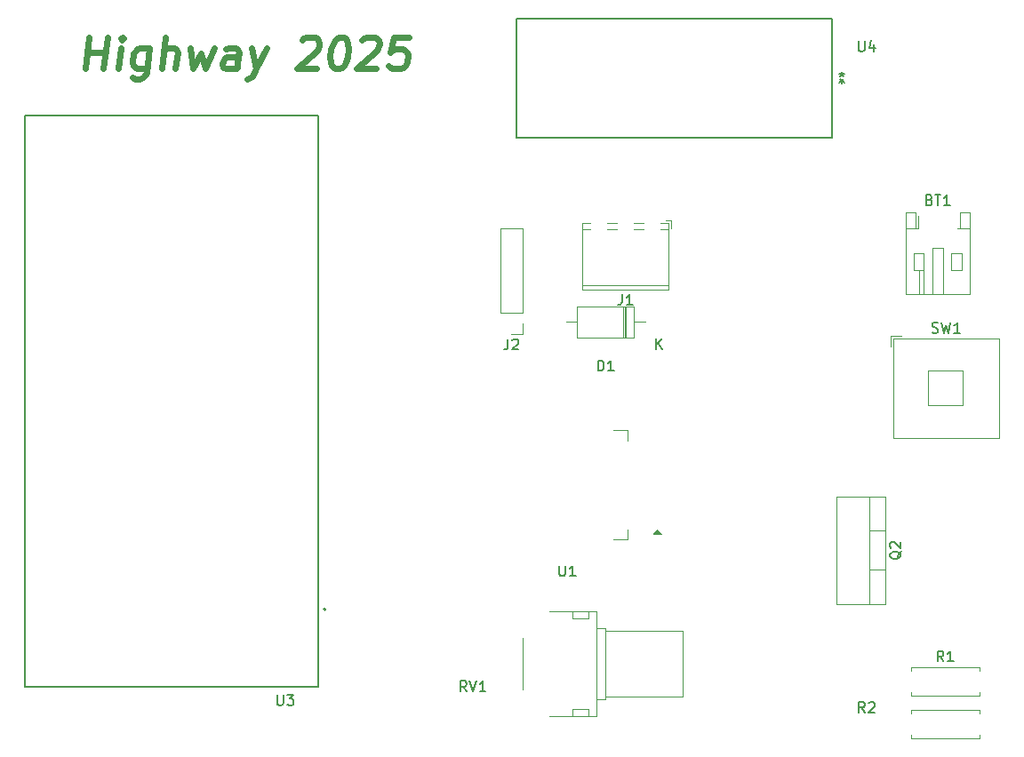
<source format=gbr>
%TF.GenerationSoftware,KiCad,Pcbnew,8.0.7*%
%TF.CreationDate,2025-06-16T00:37:15-04:00*%
%TF.ProjectId,controller,636f6e74-726f-46c6-9c65-722e6b696361,rev?*%
%TF.SameCoordinates,Original*%
%TF.FileFunction,Legend,Top*%
%TF.FilePolarity,Positive*%
%FSLAX46Y46*%
G04 Gerber Fmt 4.6, Leading zero omitted, Abs format (unit mm)*
G04 Created by KiCad (PCBNEW 8.0.7) date 2025-06-16 00:37:15*
%MOMM*%
%LPD*%
G01*
G04 APERTURE LIST*
%ADD10C,0.600000*%
%ADD11C,0.150000*%
%ADD12C,0.120000*%
%ADD13C,0.127000*%
%ADD14C,0.200000*%
%ADD15C,0.152400*%
G04 APERTURE END LIST*
D10*
X95591164Y-54101657D02*
X95966164Y-51101657D01*
X95787593Y-52530228D02*
X97501878Y-52530228D01*
X97305450Y-54101657D02*
X97680450Y-51101657D01*
X98734021Y-54101657D02*
X98984021Y-52101657D01*
X99109021Y-51101657D02*
X98948307Y-51244514D01*
X98948307Y-51244514D02*
X99073307Y-51387371D01*
X99073307Y-51387371D02*
X99234021Y-51244514D01*
X99234021Y-51244514D02*
X99109021Y-51101657D01*
X99109021Y-51101657D02*
X99073307Y-51387371D01*
X101698306Y-52101657D02*
X101394735Y-54530228D01*
X101394735Y-54530228D02*
X101216164Y-54815942D01*
X101216164Y-54815942D02*
X101055449Y-54958800D01*
X101055449Y-54958800D02*
X100751878Y-55101657D01*
X100751878Y-55101657D02*
X100323306Y-55101657D01*
X100323306Y-55101657D02*
X100055449Y-54958800D01*
X101466164Y-53958800D02*
X101162592Y-54101657D01*
X101162592Y-54101657D02*
X100591164Y-54101657D01*
X100591164Y-54101657D02*
X100323306Y-53958800D01*
X100323306Y-53958800D02*
X100198306Y-53815942D01*
X100198306Y-53815942D02*
X100091164Y-53530228D01*
X100091164Y-53530228D02*
X100198306Y-52673085D01*
X100198306Y-52673085D02*
X100376878Y-52387371D01*
X100376878Y-52387371D02*
X100537592Y-52244514D01*
X100537592Y-52244514D02*
X100841164Y-52101657D01*
X100841164Y-52101657D02*
X101412592Y-52101657D01*
X101412592Y-52101657D02*
X101680449Y-52244514D01*
X102876878Y-54101657D02*
X103251878Y-51101657D01*
X104162592Y-54101657D02*
X104359021Y-52530228D01*
X104359021Y-52530228D02*
X104251878Y-52244514D01*
X104251878Y-52244514D02*
X103984021Y-52101657D01*
X103984021Y-52101657D02*
X103555450Y-52101657D01*
X103555450Y-52101657D02*
X103251878Y-52244514D01*
X103251878Y-52244514D02*
X103091164Y-52387371D01*
X105555450Y-52101657D02*
X105876878Y-54101657D01*
X105876878Y-54101657D02*
X106626878Y-52673085D01*
X106626878Y-52673085D02*
X107019736Y-54101657D01*
X107019736Y-54101657D02*
X107841164Y-52101657D01*
X110019735Y-54101657D02*
X110216164Y-52530228D01*
X110216164Y-52530228D02*
X110109021Y-52244514D01*
X110109021Y-52244514D02*
X109841164Y-52101657D01*
X109841164Y-52101657D02*
X109269735Y-52101657D01*
X109269735Y-52101657D02*
X108966164Y-52244514D01*
X110037593Y-53958800D02*
X109734021Y-54101657D01*
X109734021Y-54101657D02*
X109019735Y-54101657D01*
X109019735Y-54101657D02*
X108751878Y-53958800D01*
X108751878Y-53958800D02*
X108644735Y-53673085D01*
X108644735Y-53673085D02*
X108680450Y-53387371D01*
X108680450Y-53387371D02*
X108859021Y-53101657D01*
X108859021Y-53101657D02*
X109162593Y-52958800D01*
X109162593Y-52958800D02*
X109876878Y-52958800D01*
X109876878Y-52958800D02*
X110180450Y-52815942D01*
X111412593Y-52101657D02*
X111876879Y-54101657D01*
X112841164Y-52101657D02*
X111876879Y-54101657D01*
X111876879Y-54101657D02*
X111501879Y-54815942D01*
X111501879Y-54815942D02*
X111341164Y-54958800D01*
X111341164Y-54958800D02*
X111037593Y-55101657D01*
X116216164Y-51387371D02*
X116376878Y-51244514D01*
X116376878Y-51244514D02*
X116680449Y-51101657D01*
X116680449Y-51101657D02*
X117394735Y-51101657D01*
X117394735Y-51101657D02*
X117662592Y-51244514D01*
X117662592Y-51244514D02*
X117787592Y-51387371D01*
X117787592Y-51387371D02*
X117894735Y-51673085D01*
X117894735Y-51673085D02*
X117859021Y-51958800D01*
X117859021Y-51958800D02*
X117662592Y-52387371D01*
X117662592Y-52387371D02*
X115734021Y-54101657D01*
X115734021Y-54101657D02*
X117591164Y-54101657D01*
X119823307Y-51101657D02*
X120109021Y-51101657D01*
X120109021Y-51101657D02*
X120376878Y-51244514D01*
X120376878Y-51244514D02*
X120501878Y-51387371D01*
X120501878Y-51387371D02*
X120609021Y-51673085D01*
X120609021Y-51673085D02*
X120680450Y-52244514D01*
X120680450Y-52244514D02*
X120591164Y-52958800D01*
X120591164Y-52958800D02*
X120376878Y-53530228D01*
X120376878Y-53530228D02*
X120198307Y-53815942D01*
X120198307Y-53815942D02*
X120037592Y-53958800D01*
X120037592Y-53958800D02*
X119734021Y-54101657D01*
X119734021Y-54101657D02*
X119448307Y-54101657D01*
X119448307Y-54101657D02*
X119180450Y-53958800D01*
X119180450Y-53958800D02*
X119055450Y-53815942D01*
X119055450Y-53815942D02*
X118948307Y-53530228D01*
X118948307Y-53530228D02*
X118876878Y-52958800D01*
X118876878Y-52958800D02*
X118966164Y-52244514D01*
X118966164Y-52244514D02*
X119180450Y-51673085D01*
X119180450Y-51673085D02*
X119359021Y-51387371D01*
X119359021Y-51387371D02*
X119519735Y-51244514D01*
X119519735Y-51244514D02*
X119823307Y-51101657D01*
X121930450Y-51387371D02*
X122091164Y-51244514D01*
X122091164Y-51244514D02*
X122394735Y-51101657D01*
X122394735Y-51101657D02*
X123109021Y-51101657D01*
X123109021Y-51101657D02*
X123376878Y-51244514D01*
X123376878Y-51244514D02*
X123501878Y-51387371D01*
X123501878Y-51387371D02*
X123609021Y-51673085D01*
X123609021Y-51673085D02*
X123573307Y-51958800D01*
X123573307Y-51958800D02*
X123376878Y-52387371D01*
X123376878Y-52387371D02*
X121448307Y-54101657D01*
X121448307Y-54101657D02*
X123305450Y-54101657D01*
X126394736Y-51101657D02*
X124966164Y-51101657D01*
X124966164Y-51101657D02*
X124644736Y-52530228D01*
X124644736Y-52530228D02*
X124805450Y-52387371D01*
X124805450Y-52387371D02*
X125109021Y-52244514D01*
X125109021Y-52244514D02*
X125823307Y-52244514D01*
X125823307Y-52244514D02*
X126091164Y-52387371D01*
X126091164Y-52387371D02*
X126216164Y-52530228D01*
X126216164Y-52530228D02*
X126323307Y-52815942D01*
X126323307Y-52815942D02*
X126234021Y-53530228D01*
X126234021Y-53530228D02*
X126055450Y-53815942D01*
X126055450Y-53815942D02*
X125894736Y-53958800D01*
X125894736Y-53958800D02*
X125591164Y-54101657D01*
X125591164Y-54101657D02*
X124876878Y-54101657D01*
X124876878Y-54101657D02*
X124609021Y-53958800D01*
X124609021Y-53958800D02*
X124484021Y-53815942D01*
D11*
X169833333Y-115454819D02*
X169500000Y-114978628D01*
X169261905Y-115454819D02*
X169261905Y-114454819D01*
X169261905Y-114454819D02*
X169642857Y-114454819D01*
X169642857Y-114454819D02*
X169738095Y-114502438D01*
X169738095Y-114502438D02*
X169785714Y-114550057D01*
X169785714Y-114550057D02*
X169833333Y-114645295D01*
X169833333Y-114645295D02*
X169833333Y-114788152D01*
X169833333Y-114788152D02*
X169785714Y-114883390D01*
X169785714Y-114883390D02*
X169738095Y-114931009D01*
X169738095Y-114931009D02*
X169642857Y-114978628D01*
X169642857Y-114978628D02*
X169261905Y-114978628D01*
X170214286Y-114550057D02*
X170261905Y-114502438D01*
X170261905Y-114502438D02*
X170357143Y-114454819D01*
X170357143Y-114454819D02*
X170595238Y-114454819D01*
X170595238Y-114454819D02*
X170690476Y-114502438D01*
X170690476Y-114502438D02*
X170738095Y-114550057D01*
X170738095Y-114550057D02*
X170785714Y-114645295D01*
X170785714Y-114645295D02*
X170785714Y-114740533D01*
X170785714Y-114740533D02*
X170738095Y-114883390D01*
X170738095Y-114883390D02*
X170166667Y-115454819D01*
X170166667Y-115454819D02*
X170785714Y-115454819D01*
X131904761Y-113454819D02*
X131571428Y-112978628D01*
X131333333Y-113454819D02*
X131333333Y-112454819D01*
X131333333Y-112454819D02*
X131714285Y-112454819D01*
X131714285Y-112454819D02*
X131809523Y-112502438D01*
X131809523Y-112502438D02*
X131857142Y-112550057D01*
X131857142Y-112550057D02*
X131904761Y-112645295D01*
X131904761Y-112645295D02*
X131904761Y-112788152D01*
X131904761Y-112788152D02*
X131857142Y-112883390D01*
X131857142Y-112883390D02*
X131809523Y-112931009D01*
X131809523Y-112931009D02*
X131714285Y-112978628D01*
X131714285Y-112978628D02*
X131333333Y-112978628D01*
X132190476Y-112454819D02*
X132523809Y-113454819D01*
X132523809Y-113454819D02*
X132857142Y-112454819D01*
X133714285Y-113454819D02*
X133142857Y-113454819D01*
X133428571Y-113454819D02*
X133428571Y-112454819D01*
X133428571Y-112454819D02*
X133333333Y-112597676D01*
X133333333Y-112597676D02*
X133238095Y-112692914D01*
X133238095Y-112692914D02*
X133142857Y-112740533D01*
X146706666Y-75614819D02*
X146706666Y-76329104D01*
X146706666Y-76329104D02*
X146659047Y-76471961D01*
X146659047Y-76471961D02*
X146563809Y-76567200D01*
X146563809Y-76567200D02*
X146420952Y-76614819D01*
X146420952Y-76614819D02*
X146325714Y-76614819D01*
X147706666Y-76614819D02*
X147135238Y-76614819D01*
X147420952Y-76614819D02*
X147420952Y-75614819D01*
X147420952Y-75614819D02*
X147325714Y-75757676D01*
X147325714Y-75757676D02*
X147230476Y-75852914D01*
X147230476Y-75852914D02*
X147135238Y-75900533D01*
X173320057Y-100095238D02*
X173272438Y-100190476D01*
X173272438Y-100190476D02*
X173177200Y-100285714D01*
X173177200Y-100285714D02*
X173034342Y-100428571D01*
X173034342Y-100428571D02*
X172986723Y-100523809D01*
X172986723Y-100523809D02*
X172986723Y-100619047D01*
X173224819Y-100571428D02*
X173177200Y-100666666D01*
X173177200Y-100666666D02*
X173081961Y-100761904D01*
X173081961Y-100761904D02*
X172891485Y-100809523D01*
X172891485Y-100809523D02*
X172558152Y-100809523D01*
X172558152Y-100809523D02*
X172367676Y-100761904D01*
X172367676Y-100761904D02*
X172272438Y-100666666D01*
X172272438Y-100666666D02*
X172224819Y-100571428D01*
X172224819Y-100571428D02*
X172224819Y-100380952D01*
X172224819Y-100380952D02*
X172272438Y-100285714D01*
X172272438Y-100285714D02*
X172367676Y-100190476D01*
X172367676Y-100190476D02*
X172558152Y-100142857D01*
X172558152Y-100142857D02*
X172891485Y-100142857D01*
X172891485Y-100142857D02*
X173081961Y-100190476D01*
X173081961Y-100190476D02*
X173177200Y-100285714D01*
X173177200Y-100285714D02*
X173224819Y-100380952D01*
X173224819Y-100380952D02*
X173224819Y-100571428D01*
X172320057Y-99761904D02*
X172272438Y-99714285D01*
X172272438Y-99714285D02*
X172224819Y-99619047D01*
X172224819Y-99619047D02*
X172224819Y-99380952D01*
X172224819Y-99380952D02*
X172272438Y-99285714D01*
X172272438Y-99285714D02*
X172320057Y-99238095D01*
X172320057Y-99238095D02*
X172415295Y-99190476D01*
X172415295Y-99190476D02*
X172510533Y-99190476D01*
X172510533Y-99190476D02*
X172653390Y-99238095D01*
X172653390Y-99238095D02*
X173224819Y-99809523D01*
X173224819Y-99809523D02*
X173224819Y-99190476D01*
X113866976Y-113760657D02*
X113866976Y-114570493D01*
X113866976Y-114570493D02*
X113914613Y-114665768D01*
X113914613Y-114665768D02*
X113962251Y-114713406D01*
X113962251Y-114713406D02*
X114057525Y-114761043D01*
X114057525Y-114761043D02*
X114248075Y-114761043D01*
X114248075Y-114761043D02*
X114343350Y-114713406D01*
X114343350Y-114713406D02*
X114390987Y-114665768D01*
X114390987Y-114665768D02*
X114438625Y-114570493D01*
X114438625Y-114570493D02*
X114438625Y-113760657D01*
X114819724Y-113760657D02*
X115439010Y-113760657D01*
X115439010Y-113760657D02*
X115105548Y-114141756D01*
X115105548Y-114141756D02*
X115248461Y-114141756D01*
X115248461Y-114141756D02*
X115343736Y-114189394D01*
X115343736Y-114189394D02*
X115391373Y-114237031D01*
X115391373Y-114237031D02*
X115439010Y-114332306D01*
X115439010Y-114332306D02*
X115439010Y-114570493D01*
X115439010Y-114570493D02*
X115391373Y-114665768D01*
X115391373Y-114665768D02*
X115343736Y-114713406D01*
X115343736Y-114713406D02*
X115248461Y-114761043D01*
X115248461Y-114761043D02*
X114962636Y-114761043D01*
X114962636Y-114761043D02*
X114867361Y-114713406D01*
X114867361Y-114713406D02*
X114819724Y-114665768D01*
X175986785Y-66603509D02*
X176129642Y-66651128D01*
X176129642Y-66651128D02*
X176177261Y-66698747D01*
X176177261Y-66698747D02*
X176224880Y-66793985D01*
X176224880Y-66793985D02*
X176224880Y-66936842D01*
X176224880Y-66936842D02*
X176177261Y-67032080D01*
X176177261Y-67032080D02*
X176129642Y-67079700D01*
X176129642Y-67079700D02*
X176034404Y-67127319D01*
X176034404Y-67127319D02*
X175653452Y-67127319D01*
X175653452Y-67127319D02*
X175653452Y-66127319D01*
X175653452Y-66127319D02*
X175986785Y-66127319D01*
X175986785Y-66127319D02*
X176082023Y-66174938D01*
X176082023Y-66174938D02*
X176129642Y-66222557D01*
X176129642Y-66222557D02*
X176177261Y-66317795D01*
X176177261Y-66317795D02*
X176177261Y-66413033D01*
X176177261Y-66413033D02*
X176129642Y-66508271D01*
X176129642Y-66508271D02*
X176082023Y-66555890D01*
X176082023Y-66555890D02*
X175986785Y-66603509D01*
X175986785Y-66603509D02*
X175653452Y-66603509D01*
X176510595Y-66127319D02*
X177082023Y-66127319D01*
X176796309Y-67127319D02*
X176796309Y-66127319D01*
X177939166Y-67127319D02*
X177367738Y-67127319D01*
X177653452Y-67127319D02*
X177653452Y-66127319D01*
X177653452Y-66127319D02*
X177558214Y-66270176D01*
X177558214Y-66270176D02*
X177462976Y-66365414D01*
X177462976Y-66365414D02*
X177367738Y-66413033D01*
X169238095Y-51454819D02*
X169238095Y-52264342D01*
X169238095Y-52264342D02*
X169285714Y-52359580D01*
X169285714Y-52359580D02*
X169333333Y-52407200D01*
X169333333Y-52407200D02*
X169428571Y-52454819D01*
X169428571Y-52454819D02*
X169619047Y-52454819D01*
X169619047Y-52454819D02*
X169714285Y-52407200D01*
X169714285Y-52407200D02*
X169761904Y-52359580D01*
X169761904Y-52359580D02*
X169809523Y-52264342D01*
X169809523Y-52264342D02*
X169809523Y-51454819D01*
X170714285Y-51788152D02*
X170714285Y-52454819D01*
X170476190Y-51407200D02*
X170238095Y-52121485D01*
X170238095Y-52121485D02*
X170857142Y-52121485D01*
X167628500Y-54454819D02*
X167628500Y-54692914D01*
X167390405Y-54597676D02*
X167628500Y-54692914D01*
X167628500Y-54692914D02*
X167866595Y-54597676D01*
X167485643Y-54883390D02*
X167628500Y-54692914D01*
X167628500Y-54692914D02*
X167771357Y-54883390D01*
X167628499Y-55545180D02*
X167628499Y-55307085D01*
X167866594Y-55402323D02*
X167628499Y-55307085D01*
X167628499Y-55307085D02*
X167390404Y-55402323D01*
X167771356Y-55116609D02*
X167628499Y-55307085D01*
X167628499Y-55307085D02*
X167485642Y-55116609D01*
X135836666Y-79864819D02*
X135836666Y-80579104D01*
X135836666Y-80579104D02*
X135789047Y-80721961D01*
X135789047Y-80721961D02*
X135693809Y-80817200D01*
X135693809Y-80817200D02*
X135550952Y-80864819D01*
X135550952Y-80864819D02*
X135455714Y-80864819D01*
X136265238Y-79960057D02*
X136312857Y-79912438D01*
X136312857Y-79912438D02*
X136408095Y-79864819D01*
X136408095Y-79864819D02*
X136646190Y-79864819D01*
X136646190Y-79864819D02*
X136741428Y-79912438D01*
X136741428Y-79912438D02*
X136789047Y-79960057D01*
X136789047Y-79960057D02*
X136836666Y-80055295D01*
X136836666Y-80055295D02*
X136836666Y-80150533D01*
X136836666Y-80150533D02*
X136789047Y-80293390D01*
X136789047Y-80293390D02*
X136217619Y-80864819D01*
X136217619Y-80864819D02*
X136836666Y-80864819D01*
X177333333Y-110584819D02*
X177000000Y-110108628D01*
X176761905Y-110584819D02*
X176761905Y-109584819D01*
X176761905Y-109584819D02*
X177142857Y-109584819D01*
X177142857Y-109584819D02*
X177238095Y-109632438D01*
X177238095Y-109632438D02*
X177285714Y-109680057D01*
X177285714Y-109680057D02*
X177333333Y-109775295D01*
X177333333Y-109775295D02*
X177333333Y-109918152D01*
X177333333Y-109918152D02*
X177285714Y-110013390D01*
X177285714Y-110013390D02*
X177238095Y-110061009D01*
X177238095Y-110061009D02*
X177142857Y-110108628D01*
X177142857Y-110108628D02*
X176761905Y-110108628D01*
X178285714Y-110584819D02*
X177714286Y-110584819D01*
X178000000Y-110584819D02*
X178000000Y-109584819D01*
X178000000Y-109584819D02*
X177904762Y-109727676D01*
X177904762Y-109727676D02*
X177809524Y-109822914D01*
X177809524Y-109822914D02*
X177714286Y-109870533D01*
X176244167Y-79234700D02*
X176387024Y-79282319D01*
X176387024Y-79282319D02*
X176625119Y-79282319D01*
X176625119Y-79282319D02*
X176720357Y-79234700D01*
X176720357Y-79234700D02*
X176767976Y-79187080D01*
X176767976Y-79187080D02*
X176815595Y-79091842D01*
X176815595Y-79091842D02*
X176815595Y-78996604D01*
X176815595Y-78996604D02*
X176767976Y-78901366D01*
X176767976Y-78901366D02*
X176720357Y-78853747D01*
X176720357Y-78853747D02*
X176625119Y-78806128D01*
X176625119Y-78806128D02*
X176434643Y-78758509D01*
X176434643Y-78758509D02*
X176339405Y-78710890D01*
X176339405Y-78710890D02*
X176291786Y-78663271D01*
X176291786Y-78663271D02*
X176244167Y-78568033D01*
X176244167Y-78568033D02*
X176244167Y-78472795D01*
X176244167Y-78472795D02*
X176291786Y-78377557D01*
X176291786Y-78377557D02*
X176339405Y-78329938D01*
X176339405Y-78329938D02*
X176434643Y-78282319D01*
X176434643Y-78282319D02*
X176672738Y-78282319D01*
X176672738Y-78282319D02*
X176815595Y-78329938D01*
X177148929Y-78282319D02*
X177387024Y-79282319D01*
X177387024Y-79282319D02*
X177577500Y-78568033D01*
X177577500Y-78568033D02*
X177767976Y-79282319D01*
X177767976Y-79282319D02*
X178006072Y-78282319D01*
X178910833Y-79282319D02*
X178339405Y-79282319D01*
X178625119Y-79282319D02*
X178625119Y-78282319D01*
X178625119Y-78282319D02*
X178529881Y-78425176D01*
X178529881Y-78425176D02*
X178434643Y-78520414D01*
X178434643Y-78520414D02*
X178339405Y-78568033D01*
X144411905Y-82899819D02*
X144411905Y-81899819D01*
X144411905Y-81899819D02*
X144650000Y-81899819D01*
X144650000Y-81899819D02*
X144792857Y-81947438D01*
X144792857Y-81947438D02*
X144888095Y-82042676D01*
X144888095Y-82042676D02*
X144935714Y-82137914D01*
X144935714Y-82137914D02*
X144983333Y-82328390D01*
X144983333Y-82328390D02*
X144983333Y-82471247D01*
X144983333Y-82471247D02*
X144935714Y-82661723D01*
X144935714Y-82661723D02*
X144888095Y-82756961D01*
X144888095Y-82756961D02*
X144792857Y-82852200D01*
X144792857Y-82852200D02*
X144650000Y-82899819D01*
X144650000Y-82899819D02*
X144411905Y-82899819D01*
X145935714Y-82899819D02*
X145364286Y-82899819D01*
X145650000Y-82899819D02*
X145650000Y-81899819D01*
X145650000Y-81899819D02*
X145554762Y-82042676D01*
X145554762Y-82042676D02*
X145459524Y-82137914D01*
X145459524Y-82137914D02*
X145364286Y-82185533D01*
X149968095Y-80804819D02*
X149968095Y-79804819D01*
X150539523Y-80804819D02*
X150110952Y-80233390D01*
X150539523Y-79804819D02*
X149968095Y-80376247D01*
X140738095Y-101454819D02*
X140738095Y-102264342D01*
X140738095Y-102264342D02*
X140785714Y-102359580D01*
X140785714Y-102359580D02*
X140833333Y-102407200D01*
X140833333Y-102407200D02*
X140928571Y-102454819D01*
X140928571Y-102454819D02*
X141119047Y-102454819D01*
X141119047Y-102454819D02*
X141214285Y-102407200D01*
X141214285Y-102407200D02*
X141261904Y-102359580D01*
X141261904Y-102359580D02*
X141309523Y-102264342D01*
X141309523Y-102264342D02*
X141309523Y-101454819D01*
X142309523Y-102454819D02*
X141738095Y-102454819D01*
X142023809Y-102454819D02*
X142023809Y-101454819D01*
X142023809Y-101454819D02*
X141928571Y-101597676D01*
X141928571Y-101597676D02*
X141833333Y-101692914D01*
X141833333Y-101692914D02*
X141738095Y-101740533D01*
D12*
%TO.C,R2*%
X174230000Y-115180000D02*
X180770000Y-115180000D01*
X174230000Y-115510000D02*
X174230000Y-115180000D01*
X174230000Y-117590000D02*
X174230000Y-117920000D01*
X174230000Y-117920000D02*
X180770000Y-117920000D01*
X180770000Y-115180000D02*
X180770000Y-115510000D01*
X180770000Y-117920000D02*
X180770000Y-117590000D01*
%TO.C,RV1*%
X137255000Y-108356000D02*
X137255000Y-113245000D01*
X139775000Y-105779000D02*
X142025000Y-105779000D01*
X142025000Y-115820000D02*
X139775000Y-115820000D01*
X143525000Y-105779000D02*
X144295000Y-105779000D01*
X143525000Y-115820000D02*
X144295000Y-115820000D01*
X144295000Y-105779000D02*
X144295000Y-115820000D01*
X144295000Y-107430000D02*
X145095000Y-107430000D01*
X144295000Y-114170000D02*
X145095000Y-114170000D01*
X145095000Y-107430000D02*
X145095000Y-114170000D01*
X145095000Y-107680000D02*
X152495000Y-107680000D01*
X145095000Y-113920000D02*
X152495000Y-113920000D01*
X152495000Y-107680000D02*
X152495000Y-113920000D01*
X143525000Y-106450000D02*
X142025000Y-106450000D01*
X142025000Y-105779000D01*
X143525000Y-105779000D01*
X143525000Y-106450000D01*
X143525000Y-115820000D02*
X142025000Y-115820000D01*
X142025000Y-115150000D01*
X143525000Y-115150000D01*
X143525000Y-115820000D01*
%TO.C,J1*%
X142940000Y-75160000D02*
X142940000Y-68840000D01*
X143710000Y-68840000D02*
X142940000Y-68840000D01*
X143710000Y-69400000D02*
X142940000Y-69400000D01*
X146250000Y-68840000D02*
X145290000Y-68840000D01*
X146250000Y-69400000D02*
X145290000Y-69400000D01*
X148790000Y-68840000D02*
X147830000Y-68840000D01*
X148790000Y-69400000D02*
X147830000Y-69400000D01*
X151140000Y-68840000D02*
X150370000Y-68840000D01*
X151140000Y-69400000D02*
X150370000Y-69400000D01*
X151140000Y-74700000D02*
X142940000Y-74700000D01*
X151140000Y-75160000D02*
X142940000Y-75160000D01*
X151140000Y-75160000D02*
X151140000Y-68840000D01*
X151380000Y-68600000D02*
X150880000Y-68600000D01*
X151380000Y-69340000D02*
X151380000Y-68600000D01*
%TO.C,Q2*%
X167129000Y-94880000D02*
X167129000Y-105120000D01*
X170260000Y-94880000D02*
X170260000Y-105120000D01*
X171770000Y-94880000D02*
X167129000Y-94880000D01*
X171770000Y-94880000D02*
X171770000Y-105120000D01*
X171770000Y-98150000D02*
X170260000Y-98150000D01*
X171770000Y-101851000D02*
X170260000Y-101851000D01*
X171770000Y-105120000D02*
X167129000Y-105120000D01*
D13*
%TO.C,U3*%
X89850000Y-58610000D02*
X117750000Y-58610000D01*
X89850000Y-113010000D02*
X89850000Y-58610000D01*
X117750000Y-58610000D02*
X117750000Y-113010000D01*
X117750000Y-113010000D02*
X89850000Y-113010000D01*
D14*
X118500000Y-105620000D02*
G75*
G02*
X118300000Y-105620000I-100000J0D01*
G01*
X118300000Y-105620000D02*
G75*
G02*
X118500000Y-105620000I100000J0D01*
G01*
D12*
%TO.C,BT1*%
X173712500Y-67762500D02*
X173712500Y-75582500D01*
X173712500Y-69362500D02*
X174632500Y-69362500D01*
X173712500Y-75582500D02*
X179832500Y-75582500D01*
X174472500Y-71722500D02*
X174472500Y-73322500D01*
X174472500Y-73322500D02*
X175472500Y-73322500D01*
X174632500Y-67762500D02*
X173712500Y-67762500D01*
X174632500Y-69362500D02*
X174632500Y-67762500D01*
X174912500Y-69362500D02*
X174632500Y-69362500D01*
X174912500Y-69362500D02*
X174912500Y-68147500D01*
X174972500Y-73322500D02*
X174972500Y-75582500D01*
X175472500Y-71722500D02*
X174472500Y-71722500D01*
X175472500Y-73322500D02*
X175472500Y-71722500D01*
X175472500Y-73322500D02*
X175472500Y-75582500D01*
X176272500Y-71222500D02*
X177272500Y-71222500D01*
X176272500Y-75582500D02*
X176272500Y-71222500D01*
X177272500Y-71222500D02*
X177272500Y-75582500D01*
X178072500Y-71722500D02*
X179072500Y-71722500D01*
X178072500Y-73322500D02*
X178072500Y-71722500D01*
X178912500Y-67762500D02*
X178912500Y-69362500D01*
X178912500Y-69362500D02*
X178632500Y-69362500D01*
X179072500Y-71722500D02*
X179072500Y-73322500D01*
X179072500Y-73322500D02*
X178072500Y-73322500D01*
X179832500Y-67762500D02*
X178912500Y-67762500D01*
X179832500Y-69362500D02*
X178912500Y-69362500D01*
X179832500Y-75582500D02*
X179832500Y-67762500D01*
D15*
%TO.C,U4*%
X136640500Y-49348500D02*
X136640500Y-60651500D01*
X136640500Y-60651500D02*
X166739500Y-60651500D01*
X166739500Y-49348500D02*
X136640500Y-49348500D01*
X166739500Y-60651500D02*
X166739500Y-49348500D01*
D12*
%TO.C,J2*%
X135110000Y-77350000D02*
X135110000Y-69290000D01*
X137230000Y-69290000D02*
X135110000Y-69290000D01*
X137230000Y-77350000D02*
X135110000Y-77350000D01*
X137230000Y-77350000D02*
X137230000Y-69290000D01*
X137230000Y-78350000D02*
X137230000Y-79410000D01*
X137230000Y-79410000D02*
X136170000Y-79410000D01*
%TO.C,R1*%
X174230000Y-111130000D02*
X180770000Y-111130000D01*
X174230000Y-111460000D02*
X174230000Y-111130000D01*
X174230000Y-113540000D02*
X174230000Y-113870000D01*
X174230000Y-113870000D02*
X180770000Y-113870000D01*
X180770000Y-111130000D02*
X180770000Y-111460000D01*
X180770000Y-113870000D02*
X180770000Y-113540000D01*
%TO.C,SW1*%
X172307500Y-80607500D02*
X172307500Y-79607500D01*
X172557500Y-89297500D02*
X172557500Y-79857500D01*
X173307500Y-79607500D02*
X172307500Y-79607500D01*
X175877500Y-82877500D02*
X175877500Y-86177500D01*
X179177500Y-82877500D02*
X175877500Y-82877500D01*
X179177500Y-82877500D02*
X179177500Y-86177500D01*
X179177500Y-86177500D02*
X175877500Y-86177500D01*
X182597500Y-79857500D02*
X172557500Y-79857500D01*
X182597500Y-89297500D02*
X172557500Y-89297500D01*
X182597500Y-89297500D02*
X182597500Y-79857500D01*
%TO.C,D1*%
X141410000Y-78250000D02*
X142430000Y-78250000D01*
X142430000Y-76780000D02*
X142430000Y-79720000D01*
X142430000Y-79720000D02*
X147870000Y-79720000D01*
X146850000Y-79720000D02*
X146850000Y-76780000D01*
X146970000Y-79720000D02*
X146970000Y-76780000D01*
X147090000Y-79720000D02*
X147090000Y-76780000D01*
X147870000Y-76780000D02*
X142430000Y-76780000D01*
X147870000Y-79720000D02*
X147870000Y-76780000D01*
X148890000Y-78250000D02*
X147870000Y-78250000D01*
%TO.C,U1*%
X145885000Y-88575000D02*
X147250000Y-88575000D01*
X145885000Y-98975000D02*
X147250000Y-98975000D01*
X147250000Y-88575000D02*
X147250000Y-89525000D01*
X147250000Y-98975000D02*
X147250000Y-98025000D01*
X150415000Y-98455000D02*
X149735000Y-98455000D01*
X150075000Y-97985000D01*
X150415000Y-98455000D01*
G36*
X150415000Y-98455000D02*
G01*
X149735000Y-98455000D01*
X150075000Y-97985000D01*
X150415000Y-98455000D01*
G37*
%TD*%
M02*

</source>
